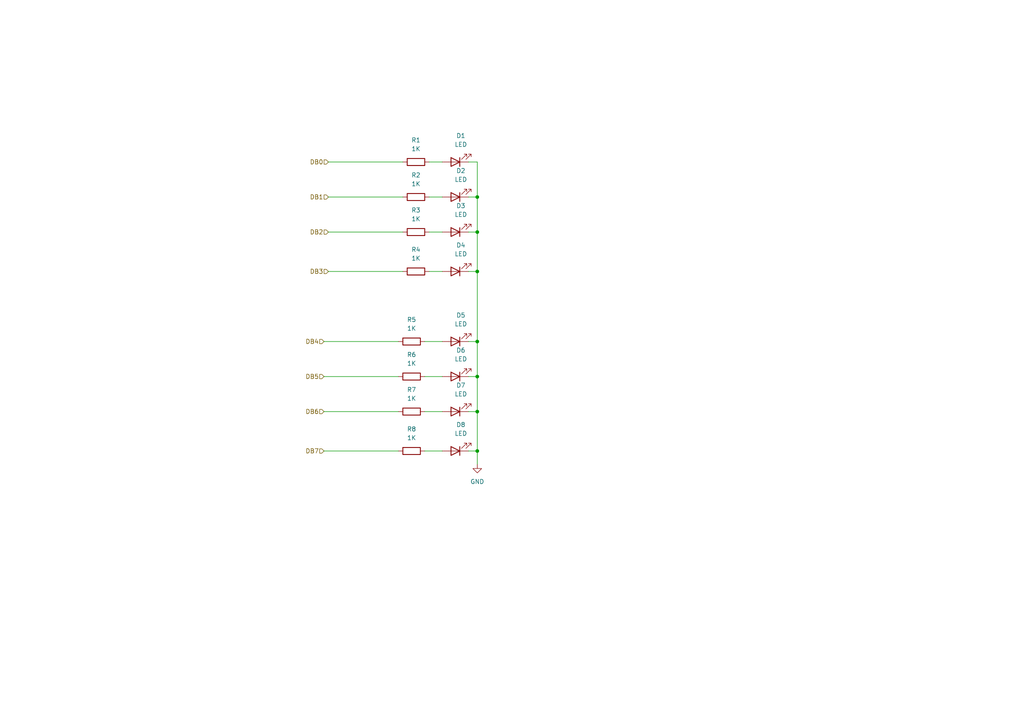
<source format=kicad_sch>
(kicad_sch (version 20231120) (generator "eeschema") (generator_version "8.0")
  (paper "A4")
  (title_block (title "ISAP-1 COMPUTER revision B") (date "2024-11-27") (rev "Version 1") (comment 1 "by Linca Marius Gheorghe") (comment 3 "Binary Display"))
  (lib_symbols
    (symbol "Device:LED" (pin_numbers hide) (pin_names (offset 1.016) hide)
      (property "Reference" "D" (at 0 2.54 0))
      (property "Value" "LED" (at 0 -2.54 0))
      (symbol "LED_0_1"
        (polyline (pts (xy -1.27 -1.27) (xy -1.27 1.27)) (stroke (width 0.254)))
        (polyline (pts (xy -1.27 0) (xy 1.27 0)))
        (polyline (pts (xy 1.27 -1.27) (xy 1.27 1.27) (xy -1.27 0) (xy 1.27 -1.27)) (stroke (width 0.254)))
        (polyline (pts (xy -3.048 -0.762) (xy -4.572 -2.286) (xy -3.81 -2.286) (xy -4.572 -2.286) (xy -4.572 -1.524)))
        (polyline (pts (xy -1.778 -0.762) (xy -3.302 -2.286) (xy -2.54 -2.286) (xy -3.302 -2.286) (xy -3.302 -1.524)))
      )
      (symbol "LED_1_1"
        (pin passive line (at -3.81 0 0) (length 2.54) (name "K") (number "1"))
        (pin passive line (at 3.81 0 180) (length 2.54) (name "A") (number "2"))
      )
    )
    (symbol "Device:R" (pin_numbers hide) (pin_names (offset 0))
      (property "Reference" "R" (at 2.032 0 90))
      (property "Value" "R" (at 0 0 90))
      (symbol "R_0_1"
        (rectangle (start -1.016 -2.54) (end 1.016 2.54) (stroke (width 0.254)))
      )
      (symbol "R_1_1"
        (pin passive line (at 0 3.81 270) (length 1.27) (name "~") (number "1"))
        (pin passive line (at 0 -3.81 90) (length 1.27) (name "~") (number "2"))
      )
    )
    (symbol "power:GND" (power) (pin_numbers hide) (pin_names (offset 0) hide)
      (property "Value" "GND" (at 0 -3.81 0))
      (symbol "GND_0_1"
        (polyline (pts (xy 0 0) (xy 0 -1.27) (xy 1.27 -1.27) (xy 0 -2.54) (xy -1.27 -1.27) (xy 0 -1.27)))
      )
      (symbol "GND_1_1"
        (pin power_in line (at 0 0 270) (length 0) (name "~") (number "1"))
      )
    )
  )
  (junction (at 138.43 119.38))
  (junction (at 138.43 109.22))
  (junction (at 138.43 130.81))
  (junction (at 138.43 99.06))
  (junction (at 138.43 57.15))
  (junction (at 138.43 67.31))
  (junction (at 138.43 78.74))
  (wire (pts (xy 135.89 99.06) (xy 138.43 99.06)))
  (wire (pts (xy 123.19 130.81) (xy 128.27 130.81)))
  (wire (pts (xy 123.19 109.22) (xy 128.27 109.22)))
  (wire (pts (xy 124.46 46.99) (xy 128.27 46.99)))
  (wire (pts (xy 95.25 67.31) (xy 116.84 67.31)))
  (wire (pts (xy 138.43 99.06) (xy 138.43 109.22)))
  (wire (pts (xy 135.89 130.81) (xy 138.43 130.81)))
  (wire (pts (xy 135.89 46.99) (xy 138.43 46.99)))
  (wire (pts (xy 95.25 46.99) (xy 116.84 46.99)))
  (wire (pts (xy 124.46 57.15) (xy 128.27 57.15)))
  (wire (pts (xy 138.43 119.38) (xy 138.43 130.81)))
  (wire (pts (xy 93.98 130.81) (xy 115.57 130.81)))
  (wire (pts (xy 93.98 119.38) (xy 115.57 119.38)))
  (wire (pts (xy 95.25 57.15) (xy 116.84 57.15)))
  (wire (pts (xy 138.43 57.15) (xy 138.43 67.31)))
  (wire (pts (xy 135.89 109.22) (xy 138.43 109.22)))
  (wire (pts (xy 124.46 67.31) (xy 128.27 67.31)))
  (wire (pts (xy 124.46 78.74) (xy 128.27 78.74)))
  (wire (pts (xy 138.43 130.81) (xy 138.43 134.62)))
  (wire (pts (xy 138.43 46.99) (xy 138.43 57.15)))
  (wire (pts (xy 93.98 99.06) (xy 115.57 99.06)))
  (wire (pts (xy 138.43 109.22) (xy 138.43 119.38)))
  (wire (pts (xy 135.89 119.38) (xy 138.43 119.38)))
  (wire (pts (xy 93.98 109.22) (xy 115.57 109.22)))
  (wire (pts (xy 135.89 78.74) (xy 138.43 78.74)))
  (wire (pts (xy 135.89 67.31) (xy 138.43 67.31)))
  (wire (pts (xy 95.25 78.74) (xy 116.84 78.74)))
  (wire (pts (xy 123.19 99.06) (xy 128.27 99.06)))
  (wire (pts (xy 138.43 78.74) (xy 138.43 99.06)))
  (wire (pts (xy 138.43 67.31) (xy 138.43 78.74)))
  (wire (pts (xy 135.89 57.15) (xy 138.43 57.15)))
  (wire (pts (xy 123.19 119.38) (xy 128.27 119.38)))
  (hierarchical_label "DB5" (shape input) (at 93.98 109.22 180))
  (hierarchical_label "DB7" (shape input) (at 93.98 130.81 180))
  (hierarchical_label "DB1" (shape input) (at 95.25 57.15 180))
  (hierarchical_label "DB2" (shape input) (at 95.25 67.31 180))
  (hierarchical_label "DB3" (shape input) (at 95.25 78.74 180))
  (hierarchical_label "DB6" (shape input) (at 93.98 119.38 180))
  (hierarchical_label "DB0" (shape input) (at 95.25 46.99 180))
  (hierarchical_label "DB4" (shape input) (at 93.98 99.06 180))
  (symbol (lib_id "Device:LED") (at 132.08 67.31 180) (unit 1)
    (property "Reference" "D3" (at 133.6675 59.69 0))
    (property "Value" "LED" (at 133.6675 62.23 0))
    (property "Footprint" "LED_THT:LED_D5.0mm" (effects (hide yes)))
    (property "Description" "Light emitting diode" (effects (hide yes)))
  )
  (symbol (lib_id "Device:R") (at 120.65 46.99 90) (unit 1)
    (property "Reference" "R1" (at 120.65 40.64 90))
    (property "Value" "1K" (at 120.65 43.18 90))
    (property "Footprint" "Resistor_THT:R_Axial_DIN0207_L6.3mm_D2.5mm_P7.62mm_Horizontal" (effects (hide yes)))
    (property "Description" "Resistor" (effects (hide yes)))
  )
  (symbol (lib_id "Device:LED") (at 132.08 119.38 180) (unit 1)
    (property "Reference" "D7" (at 133.6675 111.76 0))
    (property "Value" "LED" (at 133.6675 114.3 0))
    (property "Footprint" "LED_THT:LED_D5.0mm" (effects (hide yes)))
    (property "Description" "Light emitting diode" (effects (hide yes)))
  )
  (symbol (lib_id "Device:R") (at 119.38 99.06 90) (unit 1)
    (property "Reference" "R5" (at 119.38 92.71 90))
    (property "Value" "1K" (at 119.38 95.25 90))
    (property "Footprint" "Resistor_THT:R_Axial_DIN0207_L6.3mm_D2.5mm_P7.62mm_Horizontal" (effects (hide yes)))
    (property "Description" "Resistor" (effects (hide yes)))
  )
  (symbol (lib_id "Device:LED") (at 132.08 130.81 180) (unit 1)
    (property "Reference" "D8" (at 133.6675 123.19 0))
    (property "Value" "LED" (at 133.6675 125.73 0))
    (property "Footprint" "LED_THT:LED_D5.0mm" (effects (hide yes)))
    (property "Description" "Light emitting diode" (effects (hide yes)))
  )
  (symbol (lib_id "Device:R") (at 119.38 130.81 90) (unit 1)
    (property "Reference" "R8" (at 119.38 124.46 90))
    (property "Value" "1K" (at 119.38 127 90))
    (property "Footprint" "Resistor_THT:R_Axial_DIN0207_L6.3mm_D2.5mm_P7.62mm_Horizontal" (effects (hide yes)))
    (property "Description" "Resistor" (effects (hide yes)))
  )
  (symbol (lib_id "Device:R") (at 119.38 109.22 90) (unit 1)
    (property "Reference" "R6" (at 119.38 102.87 90))
    (property "Value" "1K" (at 119.38 105.41 90))
    (property "Footprint" "Resistor_THT:R_Axial_DIN0207_L6.3mm_D2.5mm_P7.62mm_Horizontal" (effects (hide yes)))
    (property "Description" "Resistor" (effects (hide yes)))
  )
  (symbol (lib_id "Device:R") (at 120.65 57.15 90) (unit 1)
    (property "Reference" "R2" (at 120.65 50.8 90))
    (property "Value" "1K" (at 120.65 53.34 90))
    (property "Footprint" "Resistor_THT:R_Axial_DIN0207_L6.3mm_D2.5mm_P7.62mm_Horizontal" (effects (hide yes)))
    (property "Description" "Resistor" (effects (hide yes)))
  )
  (symbol (lib_id "Device:R") (at 120.65 67.31 90) (unit 1)
    (property "Reference" "R3" (at 120.65 60.96 90))
    (property "Value" "1K" (at 120.65 63.5 90))
    (property "Footprint" "Resistor_THT:R_Axial_DIN0207_L6.3mm_D2.5mm_P7.62mm_Horizontal" (effects (hide yes)))
    (property "Description" "Resistor" (effects (hide yes)))
  )
  (symbol (lib_id "Device:LED") (at 132.08 46.99 180) (unit 1)
    (property "Reference" "D1" (at 133.6675 39.37 0))
    (property "Value" "LED" (at 133.6675 41.91 0))
    (property "Footprint" "LED_THT:LED_D5.0mm" (effects (hide yes)))
    (property "Description" "Light emitting diode" (effects (hide yes)))
  )
  (symbol (lib_id "Device:R") (at 119.38 119.38 90) (unit 1)
    (property "Reference" "R7" (at 119.38 113.03 90))
    (property "Value" "1K" (at 119.38 115.57 90))
    (property "Footprint" "Resistor_THT:R_Axial_DIN0207_L6.3mm_D2.5mm_P7.62mm_Horizontal" (effects (hide yes)))
    (property "Description" "Resistor" (effects (hide yes)))
  )
  (symbol (lib_id "Device:R") (at 120.65 78.74 90) (unit 1)
    (property "Reference" "R4" (at 120.65 72.39 90))
    (property "Value" "1K" (at 120.65 74.93 90))
    (property "Footprint" "Resistor_THT:R_Axial_DIN0207_L6.3mm_D2.5mm_P7.62mm_Horizontal" (effects (hide yes)))
    (property "Description" "Resistor" (effects (hide yes)))
  )
  (symbol (lib_id "Device:LED") (at 132.08 109.22 180) (unit 1)
    (property "Reference" "D6" (at 133.6675 101.6 0))
    (property "Value" "LED" (at 133.6675 104.14 0))
    (property "Footprint" "LED_THT:LED_D5.0mm" (effects (hide yes)))
    (property "Description" "Light emitting diode" (effects (hide yes)))
  )
  (symbol (lib_id "Device:LED") (at 132.08 99.06 180) (unit 1)
    (property "Reference" "D5" (at 133.6675 91.44 0))
    (property "Value" "LED" (at 133.6675 93.98 0))
    (property "Footprint" "LED_THT:LED_D5.0mm" (effects (hide yes)))
    (property "Description" "Light emitting diode" (effects (hide yes)))
  )
  (symbol (lib_id "power:GND") (at 138.43 134.62 0) (unit 1)
    (property "Reference" "#PWR041" (effects (hide yes)))
    (property "Value" "GND" (at 138.43 139.7 0))
    (property "Description" "Power symbol creates a global label with name \"GND\" , ground" (effects (hide yes)))
  )
  (symbol (lib_id "Device:LED") (at 132.08 78.74 180) (unit 1)
    (property "Reference" "D4" (at 133.6675 71.12 0))
    (property "Value" "LED" (at 133.6675 73.66 0))
    (property "Footprint" "LED_THT:LED_D5.0mm" (effects (hide yes)))
    (property "Description" "Light emitting diode" (effects (hide yes)))
  )
  (symbol (lib_id "Device:LED") (at 132.08 57.15 180) (unit 1)
    (property "Reference" "D2" (at 133.6675 49.53 0))
    (property "Value" "LED" (at 133.6675 52.07 0))
    (property "Footprint" "LED_THT:LED_D5.0mm" (effects (hide yes)))
    (property "Description" "Light emitting diode" (effects (hide yes)))
  )
)
</source>
